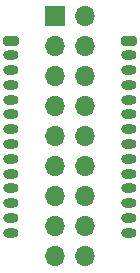
<source format=gbr>
%TF.GenerationSoftware,KiCad,Pcbnew,7.0.1*%
%TF.CreationDate,2023-04-02T01:17:48+09:00*%
%TF.ProjectId,joystick_gpio_input_1p_rasp_part,6a6f7973-7469-4636-9b5f-6770696f5f69,2*%
%TF.SameCoordinates,PX8841978PY69edb98*%
%TF.FileFunction,Soldermask,Bot*%
%TF.FilePolarity,Negative*%
%FSLAX46Y46*%
G04 Gerber Fmt 4.6, Leading zero omitted, Abs format (unit mm)*
G04 Created by KiCad (PCBNEW 7.0.1) date 2023-04-02 01:17:48*
%MOMM*%
%LPD*%
G01*
G04 APERTURE LIST*
G04 Aperture macros list*
%AMRoundRect*
0 Rectangle with rounded corners*
0 $1 Rounding radius*
0 $2 $3 $4 $5 $6 $7 $8 $9 X,Y pos of 4 corners*
0 Add a 4 corners polygon primitive as box body*
4,1,4,$2,$3,$4,$5,$6,$7,$8,$9,$2,$3,0*
0 Add four circle primitives for the rounded corners*
1,1,$1+$1,$2,$3*
1,1,$1+$1,$4,$5*
1,1,$1+$1,$6,$7*
1,1,$1+$1,$8,$9*
0 Add four rect primitives between the rounded corners*
20,1,$1+$1,$2,$3,$4,$5,0*
20,1,$1+$1,$4,$5,$6,$7,0*
20,1,$1+$1,$6,$7,$8,$9,0*
20,1,$1+$1,$8,$9,$2,$3,0*%
G04 Aperture macros list end*
%ADD10RoundRect,0.200000X-0.450000X0.200000X-0.450000X-0.200000X0.450000X-0.200000X0.450000X0.200000X0*%
%ADD11O,1.300000X0.800000*%
%ADD12R,1.700000X1.700000*%
%ADD13O,1.700000X1.700000*%
G04 APERTURE END LIST*
D10*
%TO.C,J8*%
X10845800Y20055600D03*
D11*
X10845800Y18805600D03*
X10845800Y17555600D03*
X10845800Y16305600D03*
X10845800Y15055600D03*
X10845800Y13805600D03*
X10845800Y12555600D03*
X10845800Y11305600D03*
X10845800Y10055600D03*
X10845800Y8805600D03*
X10845800Y7555600D03*
X10845800Y6305600D03*
X10845800Y5055600D03*
X10845800Y3805600D03*
%TD*%
D12*
%TO.C,J6*%
X4592400Y22103000D03*
D13*
X7132400Y22103000D03*
X4592400Y19563000D03*
X7132400Y19563000D03*
X4592400Y17023000D03*
X7132400Y17023000D03*
X4592400Y14483000D03*
X7132400Y14483000D03*
X4592400Y11943000D03*
X7132400Y11943000D03*
X4592400Y9403000D03*
X7132400Y9403000D03*
X4592400Y6863000D03*
X7132400Y6863000D03*
X4592400Y4323000D03*
X7132400Y4323000D03*
X4592400Y1783000D03*
X7132400Y1783000D03*
%TD*%
D10*
%TO.C,J10*%
X863600Y20055600D03*
D11*
X863600Y18805600D03*
X863600Y17555600D03*
X863600Y16305600D03*
X863600Y15055600D03*
X863600Y13805600D03*
X863600Y12555600D03*
X863600Y11305600D03*
X863600Y10055600D03*
X863600Y8805600D03*
X863600Y7555600D03*
X863600Y6305600D03*
X863600Y5055600D03*
X863600Y3805600D03*
%TD*%
M02*

</source>
